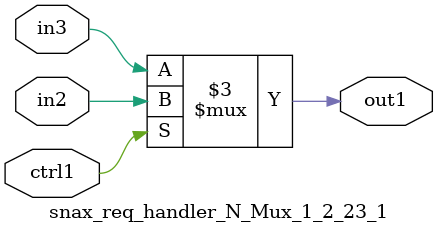
<source format=v>

`timescale 1ps / 1ps


module snax_req_handler_N_Mux_1_2_23_1( in3, in2, ctrl1, out1 );

    input in3;
    input in2;
    input ctrl1;
    output out1;
    reg out1;

    
    // rtl_process:snax_req_handler_N_Mux_1_2_23_1/snax_req_handler_N_Mux_1_2_23_1_thread_1
    always @*
      begin : snax_req_handler_N_Mux_1_2_23_1_thread_1
        case (ctrl1) 
          1'b1: 
            begin
              out1 = in2;
            end
          default: 
            begin
              out1 = in3;
            end
        endcase
      end

endmodule



</source>
